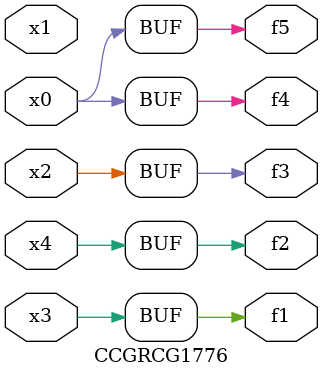
<source format=v>
module CCGRCG1776(
	input x0, x1, x2, x3, x4,
	output f1, f2, f3, f4, f5
);
	assign f1 = x3;
	assign f2 = x4;
	assign f3 = x2;
	assign f4 = x0;
	assign f5 = x0;
endmodule

</source>
